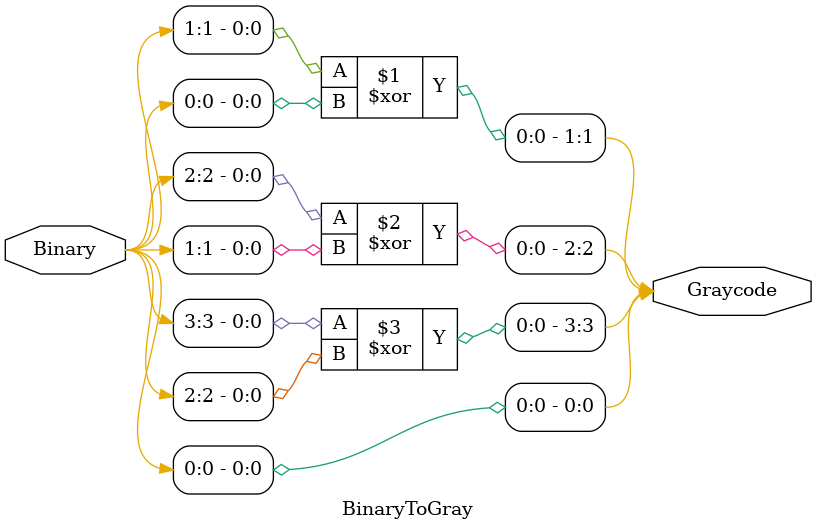
<source format=v>
`timescale 1ns / 1ps


module BinaryToGray(Binary,Graycode);
    input [0:3] Binary;
    output [0:3] Graycode;
    assign Graycode[0]=Binary[0];
    assign Graycode[1]= Binary[1]^Binary[0];
    assign Graycode[2]=Binary[2]^Binary[1];
    assign Graycode[3]=Binary[3]^Binary[2];
endmodule

</source>
